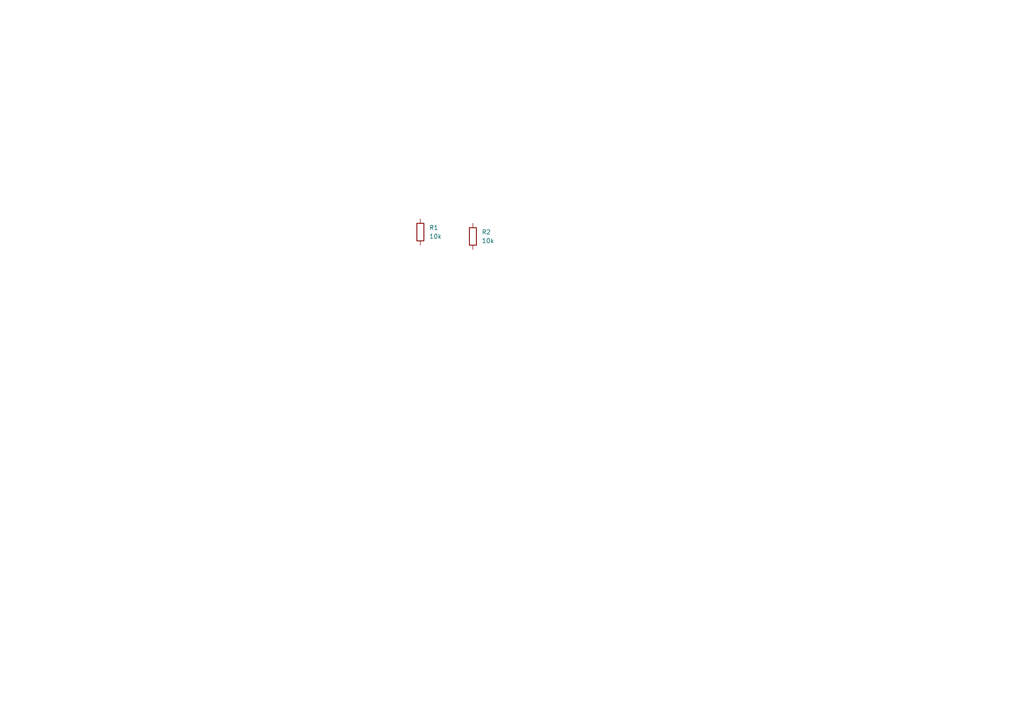
<source format=kicad_sch>
(kicad_sch (version 20250114) (generator "eeschema") (generator_version "9.0")
  (paper "A4")
  (lib_symbols
    (symbol "Device:R" (pin_numbers (hide yes)) (pin_names (offset 0))
      (property "Reference" "R" (at 2.032 0 90))
      (property "Value" "R" (at 0 0 90))
      (symbol "R_0_1"
        (rectangle (start -1.016 -2.54) (end 1.016 2.54) (stroke (width 0.254)))
      )
      (symbol "R_1_1"
        (pin passive line (at 0 3.81 270) (length 1.27) (name "~") (number "1"))
        (pin passive line (at 0 -3.81 90) (length 1.27) (name "~") (number "2"))
      )
    )
  )
  (symbol (lib_id "Device:R") (at 121.92 67.31 0) (unit 1)
    (property "Reference" "R1" (at 124.46 66.0399 0) (effects (justify left)))
    (property "Value" "10k" (at 124.46 68.5799 0) (effects (justify left)))
    (property "Footprint" "Resistor_SMD:R_0603_1608Metric" (effects (hide yes)))
    (property "Description" "Resistor" (effects (hide yes)))
  )
  (symbol (lib_id "Device:R") (at 137.16 68.58 0) (unit 1)
    (property "Reference" "R2" (at 139.7 67.3099 0) (effects (justify left)))
    (property "Value" "10k" (at 139.7 69.8499 0) (effects (justify left)))
    (property "Footprint" "Resistor_SMD:R_0603_1608Metric" (effects (hide yes)))
    (property "Description" "Resistor" (effects (hide yes)))
  )
)
</source>
